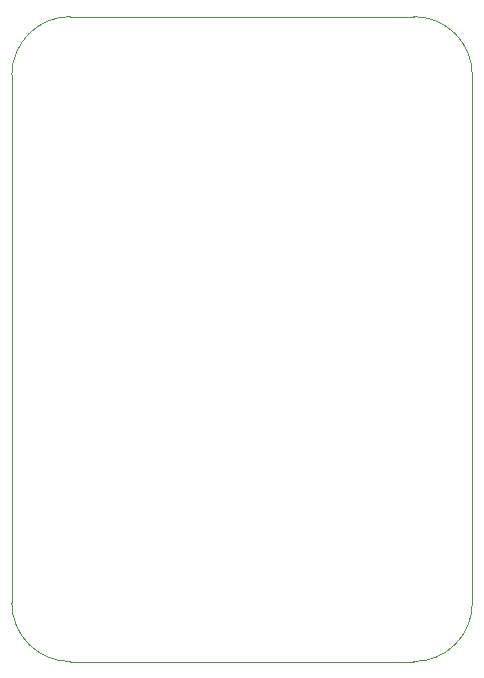
<source format=gbr>
G04 #@! TF.GenerationSoftware,KiCad,Pcbnew,(5.1.12)-1*
G04 #@! TF.CreationDate,2022-03-03T10:00:03+01:00*
G04 #@! TF.ProjectId,10V-DLTZ,3130562d-444c-4545-9a2e-6b696361645f,rev?*
G04 #@! TF.SameCoordinates,Original*
G04 #@! TF.FileFunction,Profile,NP*
%FSLAX46Y46*%
G04 Gerber Fmt 4.6, Leading zero omitted, Abs format (unit mm)*
G04 Created by KiCad (PCBNEW (5.1.12)-1) date 2022-03-03 10:00:03*
%MOMM*%
%LPD*%
G01*
G04 APERTURE LIST*
G04 #@! TA.AperFunction,Profile*
%ADD10C,0.050000*%
G04 #@! TD*
G04 APERTURE END LIST*
D10*
X111252000Y-128651000D02*
X111252000Y-173355000D01*
X77216000Y-178308000D02*
G75*
G02*
X72263000Y-173355000I0J4953000D01*
G01*
X111252000Y-173355000D02*
G75*
G02*
X106299000Y-178308000I-4953000J0D01*
G01*
X106299000Y-123698000D02*
G75*
G02*
X111252000Y-128651000I0J-4953000D01*
G01*
X72263000Y-128651000D02*
G75*
G02*
X77216000Y-123698000I4953000J0D01*
G01*
X77216000Y-123698000D02*
X106299000Y-123698000D01*
X72263000Y-173355000D02*
X72263000Y-128651000D01*
X77216000Y-178308000D02*
X106299000Y-178308000D01*
M02*

</source>
